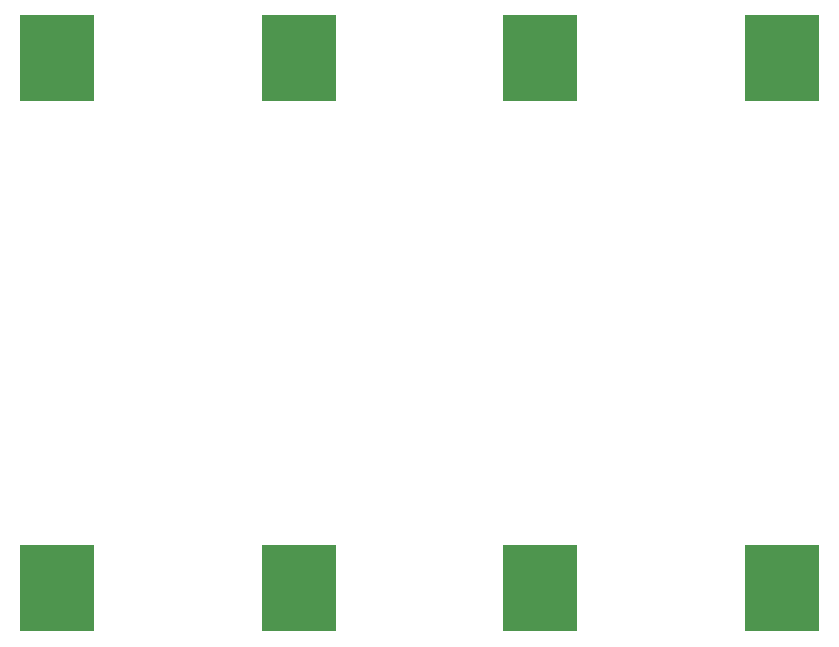
<source format=gbr>
G04 #@! TF.GenerationSoftware,KiCad,Pcbnew,(5.1.7)-1*
G04 #@! TF.CreationDate,2021-11-03T15:22:26-05:00*
G04 #@! TF.ProjectId,battery_pack,62617474-6572-4795-9f70-61636b2e6b69,1.0*
G04 #@! TF.SameCoordinates,Original*
G04 #@! TF.FileFunction,Paste,Top*
G04 #@! TF.FilePolarity,Positive*
%FSLAX46Y46*%
G04 Gerber Fmt 4.6, Leading zero omitted, Abs format (unit mm)*
G04 Created by KiCad (PCBNEW (5.1.7)-1) date 2021-11-03 15:22:26*
%MOMM*%
%LPD*%
G01*
G04 APERTURE LIST*
%ADD10R,6.350000X7.340600*%
G04 APERTURE END LIST*
D10*
X116459000Y-120738900D03*
X116459000Y-75857100D03*
X136906000Y-120738900D03*
X136906000Y-75857100D03*
X157353000Y-75857100D03*
X157353000Y-120738900D03*
X177800000Y-120738900D03*
X177800000Y-75857100D03*
M02*

</source>
